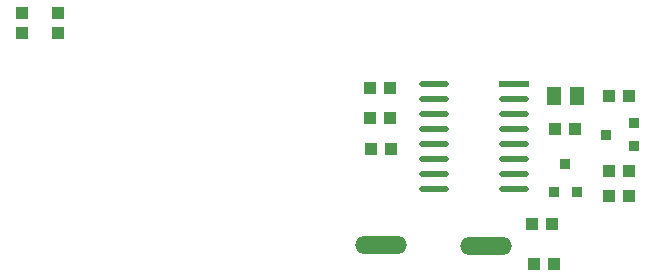
<source format=gbp>
G04 Layer_Color=128*
%FSLAX25Y25*%
%MOIN*%
G70*
G01*
G75*
%ADD27R,0.04331X0.03937*%
%ADD37R,0.03937X0.04331*%
%ADD84O,0.09843X0.01969*%
%ADD85R,0.09843X0.01969*%
%ADD86R,0.05118X0.05906*%
%ADD87R,0.03543X0.03740*%
%ADD88R,0.03543X0.03740*%
%ADD89R,0.03740X0.03543*%
%ADD90R,0.03740X0.03543*%
%ADD91O,0.17323X0.05906*%
D27*
X388900Y-158900D02*
D03*
X395593D02*
D03*
X388300Y-145700D02*
D03*
X394993D02*
D03*
X341500Y-120800D02*
D03*
X334807D02*
D03*
X420600Y-128000D02*
D03*
X413907D02*
D03*
X414000Y-136400D02*
D03*
X420693D02*
D03*
X402583Y-113900D02*
D03*
X395890D02*
D03*
X334490Y-110500D02*
D03*
X341182D02*
D03*
X420582Y-102900D02*
D03*
X413890D02*
D03*
X334490Y-100400D02*
D03*
X341182D02*
D03*
D37*
X218200Y-82000D02*
D03*
Y-75307D02*
D03*
X230300Y-75400D02*
D03*
Y-82093D02*
D03*
D84*
X355600Y-134000D02*
D03*
Y-129000D02*
D03*
Y-124000D02*
D03*
Y-119000D02*
D03*
Y-114000D02*
D03*
Y-109000D02*
D03*
Y-104000D02*
D03*
Y-99000D02*
D03*
X382372Y-134000D02*
D03*
Y-129000D02*
D03*
Y-124000D02*
D03*
Y-119000D02*
D03*
Y-114000D02*
D03*
Y-109000D02*
D03*
Y-104000D02*
D03*
D85*
Y-99000D02*
D03*
D86*
X403340Y-102900D02*
D03*
X395860D02*
D03*
D87*
X403240Y-135126D02*
D03*
X399500Y-125874D02*
D03*
D88*
X395760Y-135126D02*
D03*
D89*
X422226Y-112160D02*
D03*
X412974Y-115900D02*
D03*
D90*
X422226Y-119640D02*
D03*
D91*
X338080Y-152883D02*
D03*
X373120Y-152917D02*
D03*
M02*

</source>
